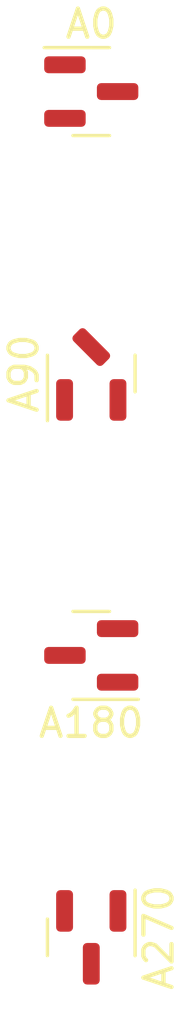
<source format=kicad_pcb>
(kicad_pcb (version 20221018) (generator pcbnew)
  (layers (0 "F.Cu" signal) (31 "B.Cu" signal) (34 "B.Paste" user) (35 "F.Paste" user) (36 "B.SilkS" user "B.Silkscreen") (37 "F.SilkS" user "F.Silkscreen") (38 "B.Mask" user) (39 "F.Mask" user) (44 "Edge.Cuts" user))
  (net 0 "")
  (footprint "Package_TO_SOT_SMD:SOT-23" (layer "F.Cu") (at 50 60 90)
    (fp_text reference "A90" (at 0 -2.4 90) (layer "F.SilkS"))
    (fp_text value "SOT-23")
    (fp_line (start 0 -1.56) (end -1.675 -1.56) (stroke (width 0.12)) (layer "F.SilkS"))
    (fp_line (start 0 -1.56) (end 0.65 -1.56) (stroke (width 0.12)) (layer "F.SilkS"))
    (fp_line (start 0 1.56) (end -0.65 1.56) (stroke (width 0.12)) (layer "F.SilkS"))
    (fp_line (start 0 1.56) (end 0.65 1.56) (stroke (width 0.12)) (layer "F.SilkS"))
    (pad "1" smd roundrect (at -0.9375 -0.95 90) (size 1.475 0.6) (layers "F.Cu" "F.Paste" "F.Mask"))
    (pad "2" smd roundrect (at -0.9375 0.95 90) (size 1.475 0.6) (layers "F.Cu" "F.Paste" "F.Mask"))
    (pad "3" smd roundrect (at 0.9375 0 135) (size 1.475 0.6) (layers "F.Cu" "F.Paste" "F.Mask"))
  )
  (footprint "Package_TO_SOT_SMD:SOT-23" (layer "F.Cu") (at 50 80 -90)
    (fp_text reference "A270" (at 0 -2.4 90) (layer "F.SilkS"))
    (fp_text value "SOT-23")
    (fp_line (start 0 -1.56) (end -1.675 -1.56) (stroke (width 0.12)) (layer "F.SilkS"))
    (fp_line (start 0 -1.56) (end 0.65 -1.56) (stroke (width 0.12)) (layer "F.SilkS"))
    (fp_line (start 0 1.56) (end -0.65 1.56) (stroke (width 0.12)) (layer "F.SilkS"))
    (fp_line (start 0 1.56) (end 0.65 1.56) (stroke (width 0.12)) (layer "F.SilkS"))
    (pad "1" smd roundrect (at -0.9375 -0.95 270) (size 1.475 0.6) (layers "F.Cu" "F.Paste" "F.Mask"))
    (pad "2" smd roundrect (at -0.9375 0.95 270) (size 1.475 0.6) (layers "F.Cu" "F.Paste" "F.Mask"))
    (pad "3" smd roundrect (at 0.9375 0 270) (size 1.475 0.6) (layers "F.Cu" "F.Paste" "F.Mask"))
  )
  (footprint "Package_TO_SOT_SMD:SOT-23" (layer "F.Cu") (at 50 50)
    (fp_text reference "A0" (at 0 -2.4) (layer "F.SilkS"))
    (fp_text value "SOT-23")
    (fp_line (start 0 -1.56) (end -1.675 -1.56) (stroke (width 0.12)) (layer "F.SilkS"))
    (fp_line (start 0 -1.56) (end 0.65 -1.56) (stroke (width 0.12)) (layer "F.SilkS"))
    (fp_line (start 0 1.56) (end -0.65 1.56) (stroke (width 0.12)) (layer "F.SilkS"))
    (fp_line (start 0 1.56) (end 0.65 1.56) (stroke (width 0.12)) (layer "F.SilkS"))
    (pad "1" smd roundrect (at -0.9375 -0.95) (size 1.475 0.6) (layers "F.Cu" "F.Paste" "F.Mask"))
    (pad "2" smd roundrect (at -0.9375 0.95) (size 1.475 0.6) (layers "F.Cu" "F.Paste" "F.Mask"))
    (pad "3" smd roundrect (at 0.9375 0) (size 1.475 0.6) (layers "F.Cu" "F.Paste" "F.Mask"))
  )
  (footprint "Package_TO_SOT_SMD:SOT-23" (layer "F.Cu") (at 50 70 180)
    (fp_text reference "A180" (at 0 -2.4) (layer "F.SilkS"))
    (fp_text value "SOT-23")
    (fp_line (start 0 -1.56) (end -1.675 -1.56) (stroke (width 0.12)) (layer "F.SilkS"))
    (fp_line (start 0 -1.56) (end 0.65 -1.56) (stroke (width 0.12)) (layer "F.SilkS"))
    (fp_line (start 0 1.56) (end -0.65 1.56) (stroke (width 0.12)) (layer "F.SilkS"))
    (fp_line (start 0 1.56) (end 0.65 1.56) (stroke (width 0.12)) (layer "F.SilkS"))
    (pad "1" smd roundrect (at -0.9375 -0.95 180) (size 1.475 0.6) (layers "F.Cu" "F.Paste" "F.Mask"))
    (pad "2" smd roundrect (at -0.9375 0.95 180) (size 1.475 0.6) (layers "F.Cu" "F.Paste" "F.Mask"))
    (pad "3" smd roundrect (at 0.9375 0 180) (size 1.475 0.6) (layers "F.Cu" "F.Paste" "F.Mask"))
  )
)
</source>
